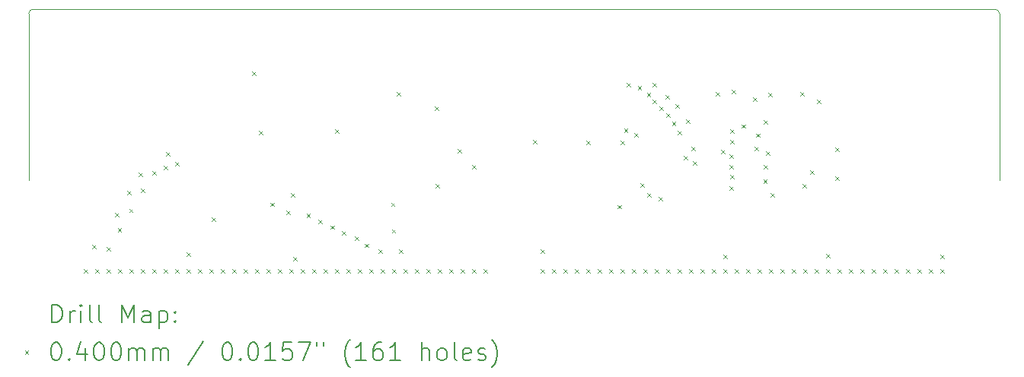
<source format=gbr>
%TF.GenerationSoftware,KiCad,Pcbnew,7.0.9*%
%TF.CreationDate,2024-01-22T22:35:53+01:00*%
%TF.ProjectId,simm72,73696d6d-3732-42e6-9b69-6361645f7063,A*%
%TF.SameCoordinates,Original*%
%TF.FileFunction,Drillmap*%
%TF.FilePolarity,Positive*%
%FSLAX45Y45*%
G04 Gerber Fmt 4.5, Leading zero omitted, Abs format (unit mm)*
G04 Created by KiCad (PCBNEW 7.0.9) date 2024-01-22 22:35:53*
%MOMM*%
%LPD*%
G01*
G04 APERTURE LIST*
%ADD10C,0.050000*%
%ADD11C,0.200000*%
%ADD12C,0.100000*%
G04 APERTURE END LIST*
D10*
X5153300Y-8366960D02*
G75*
G03*
X5102500Y-8417760I0J-50800D01*
G01*
X15897500Y-8417760D02*
G75*
G03*
X15846700Y-8366960I-50800J0D01*
G01*
X15897500Y-8417760D02*
X15897580Y-10274500D01*
X5102500Y-8417760D02*
X5102580Y-10274500D01*
X15846700Y-8366960D02*
X5153300Y-8366960D01*
D11*
D12*
X5717500Y-11265420D02*
X5757500Y-11305420D01*
X5757500Y-11265420D02*
X5717500Y-11305420D01*
X5806400Y-10991100D02*
X5846400Y-11031100D01*
X5846400Y-10991100D02*
X5806400Y-11031100D01*
X5844500Y-11265420D02*
X5884500Y-11305420D01*
X5884500Y-11265420D02*
X5844500Y-11305420D01*
X5971500Y-11016500D02*
X6011500Y-11056500D01*
X6011500Y-11016500D02*
X5971500Y-11056500D01*
X5971500Y-11265420D02*
X6011500Y-11305420D01*
X6011500Y-11265420D02*
X5971500Y-11305420D01*
X6060400Y-10635500D02*
X6100400Y-10675500D01*
X6100400Y-10635500D02*
X6060400Y-10675500D01*
X6092187Y-10806987D02*
X6132187Y-10846987D01*
X6132187Y-10806987D02*
X6092187Y-10846987D01*
X6098500Y-11265420D02*
X6138500Y-11305420D01*
X6138500Y-11265420D02*
X6098500Y-11305420D01*
X6200100Y-10394200D02*
X6240100Y-10434200D01*
X6240100Y-10394200D02*
X6200100Y-10434200D01*
X6219223Y-10591123D02*
X6259223Y-10631123D01*
X6259223Y-10591123D02*
X6219223Y-10631123D01*
X6225500Y-11265420D02*
X6265500Y-11305420D01*
X6265500Y-11265420D02*
X6225500Y-11305420D01*
X6327100Y-10191000D02*
X6367100Y-10231000D01*
X6367100Y-10191000D02*
X6327100Y-10231000D01*
X6352500Y-11265420D02*
X6392500Y-11305420D01*
X6392500Y-11265420D02*
X6352500Y-11305420D01*
X6352610Y-10368910D02*
X6392610Y-10408910D01*
X6392610Y-10368910D02*
X6352610Y-10408910D01*
X6479500Y-10172190D02*
X6519500Y-10212190D01*
X6519500Y-10172190D02*
X6479500Y-10212190D01*
X6479500Y-11265420D02*
X6519500Y-11305420D01*
X6519500Y-11265420D02*
X6479500Y-11305420D01*
X6606500Y-10114800D02*
X6646500Y-10154800D01*
X6646500Y-10114800D02*
X6606500Y-10154800D01*
X6606500Y-11265420D02*
X6646500Y-11305420D01*
X6646500Y-11265420D02*
X6606500Y-11305420D01*
X6631900Y-9962400D02*
X6671900Y-10002400D01*
X6671900Y-9962400D02*
X6631900Y-10002400D01*
X6733500Y-10072190D02*
X6773500Y-10112190D01*
X6773500Y-10072190D02*
X6733500Y-10112190D01*
X6733500Y-11265420D02*
X6773500Y-11305420D01*
X6773500Y-11265420D02*
X6733500Y-11305420D01*
X6860500Y-11080000D02*
X6900500Y-11120000D01*
X6900500Y-11080000D02*
X6860500Y-11120000D01*
X6860500Y-11265420D02*
X6900500Y-11305420D01*
X6900500Y-11265420D02*
X6860500Y-11305420D01*
X6987500Y-11265420D02*
X7027500Y-11305420D01*
X7027500Y-11265420D02*
X6987500Y-11305420D01*
X7114500Y-11265420D02*
X7154500Y-11305420D01*
X7154500Y-11265420D02*
X7114500Y-11305420D01*
X7139900Y-10686300D02*
X7179900Y-10726300D01*
X7179900Y-10686300D02*
X7139900Y-10726300D01*
X7241500Y-11265420D02*
X7281500Y-11305420D01*
X7281500Y-11265420D02*
X7241500Y-11305420D01*
X7368500Y-11265420D02*
X7408500Y-11305420D01*
X7408500Y-11265420D02*
X7368500Y-11305420D01*
X7495500Y-11265420D02*
X7535500Y-11305420D01*
X7535500Y-11265420D02*
X7495500Y-11305420D01*
X7584400Y-9060700D02*
X7624400Y-9100700D01*
X7624400Y-9060700D02*
X7584400Y-9100700D01*
X7622500Y-11265420D02*
X7662500Y-11305420D01*
X7662500Y-11265420D02*
X7622500Y-11305420D01*
X7660600Y-9721100D02*
X7700600Y-9761100D01*
X7700600Y-9721100D02*
X7660600Y-9761100D01*
X7749500Y-11265420D02*
X7789500Y-11305420D01*
X7789500Y-11265420D02*
X7749500Y-11305420D01*
X7787600Y-10522580D02*
X7827600Y-10562580D01*
X7827600Y-10522580D02*
X7787600Y-10562580D01*
X7876500Y-11265420D02*
X7916500Y-11305420D01*
X7916500Y-11265420D02*
X7876500Y-11305420D01*
X7965400Y-10610790D02*
X8005400Y-10650790D01*
X8005400Y-10610790D02*
X7965400Y-10650790D01*
X8003500Y-11265420D02*
X8043500Y-11305420D01*
X8043500Y-11265420D02*
X8003500Y-11305420D01*
X8016200Y-10419600D02*
X8056200Y-10459600D01*
X8056200Y-10419600D02*
X8016200Y-10459600D01*
X8041600Y-11130800D02*
X8081600Y-11170800D01*
X8081600Y-11130800D02*
X8041600Y-11170800D01*
X8130500Y-11265420D02*
X8170500Y-11305420D01*
X8170500Y-11265420D02*
X8130500Y-11305420D01*
X8193310Y-10648200D02*
X8233310Y-10688200D01*
X8233310Y-10648200D02*
X8193310Y-10688200D01*
X8257500Y-11265420D02*
X8297500Y-11305420D01*
X8297500Y-11265420D02*
X8257500Y-11305420D01*
X8321000Y-10711700D02*
X8361000Y-10751700D01*
X8361000Y-10711700D02*
X8321000Y-10751700D01*
X8384500Y-11265420D02*
X8424500Y-11305420D01*
X8424500Y-11265420D02*
X8384500Y-11305420D01*
X8460700Y-10775890D02*
X8500700Y-10815890D01*
X8500700Y-10775890D02*
X8460700Y-10815890D01*
X8511500Y-9708400D02*
X8551500Y-9748400D01*
X8551500Y-9708400D02*
X8511500Y-9748400D01*
X8511500Y-11265420D02*
X8551500Y-11305420D01*
X8551500Y-11265420D02*
X8511500Y-11305420D01*
X8586888Y-10839439D02*
X8626888Y-10879439D01*
X8626888Y-10839439D02*
X8586888Y-10879439D01*
X8638500Y-11265420D02*
X8678500Y-11305420D01*
X8678500Y-11265420D02*
X8638500Y-11305420D01*
X8727400Y-10902200D02*
X8767400Y-10942200D01*
X8767400Y-10902200D02*
X8727400Y-10942200D01*
X8765500Y-11265420D02*
X8805500Y-11305420D01*
X8805500Y-11265420D02*
X8765500Y-11305420D01*
X8840890Y-10979137D02*
X8880890Y-11019137D01*
X8880890Y-10979137D02*
X8840890Y-11019137D01*
X8892500Y-11265420D02*
X8932500Y-11305420D01*
X8932500Y-11265420D02*
X8892500Y-11305420D01*
X8991703Y-11044224D02*
X9031703Y-11084224D01*
X9031703Y-11044224D02*
X8991703Y-11084224D01*
X9019500Y-11265420D02*
X9059500Y-11305420D01*
X9059500Y-11265420D02*
X9019500Y-11305420D01*
X9133110Y-10522530D02*
X9173110Y-10562530D01*
X9173110Y-10522530D02*
X9133110Y-10562530D01*
X9140000Y-10820000D02*
X9180000Y-10860000D01*
X9180000Y-10820000D02*
X9140000Y-10860000D01*
X9146500Y-11265420D02*
X9186500Y-11305420D01*
X9186500Y-11265420D02*
X9146500Y-11305420D01*
X9197300Y-9289300D02*
X9237300Y-9329300D01*
X9237300Y-9289300D02*
X9197300Y-9329300D01*
X9222700Y-11041900D02*
X9262700Y-11081900D01*
X9262700Y-11041900D02*
X9222700Y-11081900D01*
X9273500Y-11265420D02*
X9313500Y-11305420D01*
X9313500Y-11265420D02*
X9273500Y-11305420D01*
X9400500Y-11265420D02*
X9440500Y-11305420D01*
X9440500Y-11265420D02*
X9400500Y-11305420D01*
X9527500Y-11265420D02*
X9567500Y-11305420D01*
X9567500Y-11265420D02*
X9527500Y-11305420D01*
X9616400Y-9454400D02*
X9656400Y-9494400D01*
X9656400Y-9454400D02*
X9616400Y-9494400D01*
X9629100Y-10318000D02*
X9669100Y-10358000D01*
X9669100Y-10318000D02*
X9629100Y-10358000D01*
X9654500Y-11265420D02*
X9694500Y-11305420D01*
X9694500Y-11265420D02*
X9654500Y-11305420D01*
X9781500Y-11265420D02*
X9821500Y-11305420D01*
X9821500Y-11265420D02*
X9781500Y-11305420D01*
X9870400Y-9924300D02*
X9910400Y-9964300D01*
X9910400Y-9924300D02*
X9870400Y-9964300D01*
X9908500Y-11265420D02*
X9948500Y-11305420D01*
X9948500Y-11265420D02*
X9908500Y-11305420D01*
X10035500Y-10102100D02*
X10075500Y-10142100D01*
X10075500Y-10102100D02*
X10035500Y-10142100D01*
X10035500Y-11265420D02*
X10075500Y-11305420D01*
X10075500Y-11265420D02*
X10035500Y-11305420D01*
X10162500Y-11265420D02*
X10202500Y-11305420D01*
X10202500Y-11265420D02*
X10162500Y-11305420D01*
X10708600Y-9822700D02*
X10748600Y-9862700D01*
X10748600Y-9822700D02*
X10708600Y-9862700D01*
X10797500Y-11041900D02*
X10837500Y-11081900D01*
X10837500Y-11041900D02*
X10797500Y-11081900D01*
X10797500Y-11265420D02*
X10837500Y-11305420D01*
X10837500Y-11265420D02*
X10797500Y-11305420D01*
X10924500Y-11265420D02*
X10964500Y-11305420D01*
X10964500Y-11265420D02*
X10924500Y-11305420D01*
X11051500Y-11265420D02*
X11091500Y-11305420D01*
X11091500Y-11265420D02*
X11051500Y-11305420D01*
X11178500Y-11265420D02*
X11218500Y-11305420D01*
X11218500Y-11265420D02*
X11178500Y-11305420D01*
X11305500Y-9835400D02*
X11345500Y-9875400D01*
X11345500Y-9835400D02*
X11305500Y-9875400D01*
X11305500Y-11265420D02*
X11345500Y-11305420D01*
X11345500Y-11265420D02*
X11305500Y-11305420D01*
X11432500Y-11265420D02*
X11472500Y-11305420D01*
X11472500Y-11265420D02*
X11432500Y-11305420D01*
X11559500Y-11265420D02*
X11599500Y-11305420D01*
X11599500Y-11265420D02*
X11559500Y-11305420D01*
X11648400Y-10547290D02*
X11688400Y-10587290D01*
X11688400Y-10547290D02*
X11648400Y-10587290D01*
X11686500Y-9835000D02*
X11726500Y-9875000D01*
X11726500Y-9835000D02*
X11686500Y-9875000D01*
X11686500Y-11265420D02*
X11726500Y-11305420D01*
X11726500Y-11265420D02*
X11686500Y-11305420D01*
X11722320Y-9697860D02*
X11762320Y-9737860D01*
X11762320Y-9697860D02*
X11722320Y-9737860D01*
X11750000Y-9187700D02*
X11790000Y-9227700D01*
X11790000Y-9187700D02*
X11750000Y-9227700D01*
X11813500Y-11265420D02*
X11853500Y-11305420D01*
X11853500Y-11265420D02*
X11813500Y-11305420D01*
X11838900Y-9746500D02*
X11878900Y-9786500D01*
X11878900Y-9746500D02*
X11838900Y-9786500D01*
X11876655Y-9226145D02*
X11916655Y-9266145D01*
X11916655Y-9226145D02*
X11876655Y-9266145D01*
X11902400Y-10305300D02*
X11942400Y-10345300D01*
X11942400Y-10305300D02*
X11902400Y-10345300D01*
X11940500Y-11265420D02*
X11980500Y-11305420D01*
X11980500Y-11265420D02*
X11940500Y-11305420D01*
X11977910Y-9302000D02*
X12017910Y-9342000D01*
X12017910Y-9302000D02*
X11977910Y-9342000D01*
X11978600Y-10419600D02*
X12018600Y-10459600D01*
X12018600Y-10419600D02*
X11978600Y-10459600D01*
X12042100Y-9187700D02*
X12082100Y-9227700D01*
X12082100Y-9187700D02*
X12042100Y-9227700D01*
X12042100Y-9378200D02*
X12082100Y-9418200D01*
X12082100Y-9378200D02*
X12042100Y-9418200D01*
X12067500Y-11265420D02*
X12107500Y-11305420D01*
X12107500Y-11265420D02*
X12067500Y-11305420D01*
X12105600Y-10457700D02*
X12145600Y-10497700D01*
X12145600Y-10457700D02*
X12105600Y-10497700D01*
X12118300Y-9454400D02*
X12158300Y-9494400D01*
X12158300Y-9454400D02*
X12118300Y-9494400D01*
X12181800Y-9327400D02*
X12221800Y-9367400D01*
X12221800Y-9327400D02*
X12181800Y-9367400D01*
X12194500Y-9530600D02*
X12234500Y-9570600D01*
X12234500Y-9530600D02*
X12194500Y-9570600D01*
X12194500Y-11265420D02*
X12234500Y-11305420D01*
X12234500Y-11265420D02*
X12194500Y-11305420D01*
X12257310Y-9619500D02*
X12297310Y-9659500D01*
X12297310Y-9619500D02*
X12257310Y-9659500D01*
X12296100Y-9429000D02*
X12336100Y-9469000D01*
X12336100Y-9429000D02*
X12296100Y-9469000D01*
X12320120Y-9721100D02*
X12360120Y-9761100D01*
X12360120Y-9721100D02*
X12320120Y-9761100D01*
X12321500Y-11265420D02*
X12361500Y-11305420D01*
X12361500Y-11265420D02*
X12321500Y-11305420D01*
X12385000Y-10001190D02*
X12425000Y-10041190D01*
X12425000Y-10001190D02*
X12385000Y-10041190D01*
X12410400Y-9594100D02*
X12450400Y-9634100D01*
X12450400Y-9594100D02*
X12410400Y-9634100D01*
X12448500Y-11265420D02*
X12488500Y-11305420D01*
X12488500Y-11265420D02*
X12448500Y-11305420D01*
X12470000Y-9900000D02*
X12510000Y-9940000D01*
X12510000Y-9900000D02*
X12470000Y-9940000D01*
X12486655Y-10064018D02*
X12526655Y-10104018D01*
X12526655Y-10064018D02*
X12486655Y-10104018D01*
X12575500Y-11265420D02*
X12615500Y-11305420D01*
X12615500Y-11265420D02*
X12575500Y-11305420D01*
X12702500Y-11265420D02*
X12742500Y-11305420D01*
X12742500Y-11265420D02*
X12702500Y-11305420D01*
X12740600Y-9289300D02*
X12780600Y-9329300D01*
X12780600Y-9289300D02*
X12740600Y-9329300D01*
X12803718Y-9937308D02*
X12843718Y-9977308D01*
X12843718Y-9937308D02*
X12803718Y-9977308D01*
X12829500Y-11105400D02*
X12869500Y-11145400D01*
X12869500Y-11105400D02*
X12829500Y-11145400D01*
X12829500Y-11265420D02*
X12869500Y-11305420D01*
X12869500Y-11265420D02*
X12829500Y-11305420D01*
X12893000Y-9987800D02*
X12933000Y-10027800D01*
X12933000Y-9987800D02*
X12893000Y-10027800D01*
X12893000Y-10102100D02*
X12933000Y-10142100D01*
X12933000Y-10102100D02*
X12893000Y-10142100D01*
X12893000Y-10343400D02*
X12933000Y-10383400D01*
X12933000Y-10343400D02*
X12893000Y-10383400D01*
X12905700Y-9708400D02*
X12945700Y-9748400D01*
X12945700Y-9708400D02*
X12905700Y-9748400D01*
X12905700Y-9822700D02*
X12945700Y-9862700D01*
X12945700Y-9822700D02*
X12905700Y-9862700D01*
X12905700Y-10216400D02*
X12945700Y-10256400D01*
X12945700Y-10216400D02*
X12905700Y-10256400D01*
X12918400Y-9263900D02*
X12958400Y-9303900D01*
X12958400Y-9263900D02*
X12918400Y-9303900D01*
X12956500Y-11265420D02*
X12996500Y-11305420D01*
X12996500Y-11265420D02*
X12956500Y-11305420D01*
X13032700Y-9650619D02*
X13072700Y-9690619D01*
X13072700Y-9650619D02*
X13032700Y-9690619D01*
X13083500Y-11265420D02*
X13123500Y-11305420D01*
X13123500Y-11265420D02*
X13083500Y-11305420D01*
X13159700Y-9352800D02*
X13199700Y-9392800D01*
X13199700Y-9352800D02*
X13159700Y-9392800D01*
X13172400Y-9898900D02*
X13212400Y-9938900D01*
X13212400Y-9898900D02*
X13172400Y-9938900D01*
X13191413Y-9752813D02*
X13231413Y-9792813D01*
X13231413Y-9752813D02*
X13191413Y-9792813D01*
X13210500Y-11265420D02*
X13250500Y-11305420D01*
X13250500Y-11265420D02*
X13210500Y-11305420D01*
X13273310Y-10267200D02*
X13313310Y-10307200D01*
X13313310Y-10267200D02*
X13273310Y-10307200D01*
X13274000Y-9606800D02*
X13314000Y-9646800D01*
X13314000Y-9606800D02*
X13274000Y-9646800D01*
X13274000Y-10102100D02*
X13314000Y-10142100D01*
X13314000Y-10102100D02*
X13274000Y-10142100D01*
X13299563Y-9949863D02*
X13339563Y-9989863D01*
X13339563Y-9949863D02*
X13299563Y-9989863D01*
X13324800Y-9297810D02*
X13364800Y-9337810D01*
X13364800Y-9297810D02*
X13324800Y-9337810D01*
X13337500Y-11265420D02*
X13377500Y-11305420D01*
X13377500Y-11265420D02*
X13337500Y-11305420D01*
X13350200Y-10419600D02*
X13390200Y-10459600D01*
X13390200Y-10419600D02*
X13350200Y-10459600D01*
X13464500Y-11265420D02*
X13504500Y-11305420D01*
X13504500Y-11265420D02*
X13464500Y-11305420D01*
X13591500Y-11265420D02*
X13631500Y-11305420D01*
X13631500Y-11265420D02*
X13591500Y-11305420D01*
X13680400Y-9289300D02*
X13720400Y-9329300D01*
X13720400Y-9289300D02*
X13680400Y-9329300D01*
X13705800Y-10318000D02*
X13745800Y-10358000D01*
X13745800Y-10318000D02*
X13705800Y-10358000D01*
X13718500Y-11265420D02*
X13758500Y-11305420D01*
X13758500Y-11265420D02*
X13718500Y-11305420D01*
X13794700Y-10165600D02*
X13834700Y-10205600D01*
X13834700Y-10165600D02*
X13794700Y-10205600D01*
X13845500Y-11265420D02*
X13885500Y-11305420D01*
X13885500Y-11265420D02*
X13845500Y-11305420D01*
X13870900Y-9378200D02*
X13910900Y-9418200D01*
X13910900Y-9378200D02*
X13870900Y-9418200D01*
X13972500Y-11092700D02*
X14012500Y-11132700D01*
X14012500Y-11092700D02*
X13972500Y-11132700D01*
X13972500Y-11265420D02*
X14012500Y-11305420D01*
X14012500Y-11265420D02*
X13972500Y-11305420D01*
X14074100Y-9911600D02*
X14114100Y-9951600D01*
X14114100Y-9911600D02*
X14074100Y-9951600D01*
X14074100Y-10229100D02*
X14114100Y-10269100D01*
X14114100Y-10229100D02*
X14074100Y-10269100D01*
X14099500Y-11265420D02*
X14139500Y-11305420D01*
X14139500Y-11265420D02*
X14099500Y-11305420D01*
X14226500Y-11265420D02*
X14266500Y-11305420D01*
X14266500Y-11265420D02*
X14226500Y-11305420D01*
X14353500Y-11265420D02*
X14393500Y-11305420D01*
X14393500Y-11265420D02*
X14353500Y-11305420D01*
X14480500Y-11265420D02*
X14520500Y-11305420D01*
X14520500Y-11265420D02*
X14480500Y-11305420D01*
X14607500Y-11265420D02*
X14647500Y-11305420D01*
X14647500Y-11265420D02*
X14607500Y-11305420D01*
X14734500Y-11265420D02*
X14774500Y-11305420D01*
X14774500Y-11265420D02*
X14734500Y-11305420D01*
X14861500Y-11265420D02*
X14901500Y-11305420D01*
X14901500Y-11265420D02*
X14861500Y-11305420D01*
X14988500Y-11265420D02*
X15028500Y-11305420D01*
X15028500Y-11265420D02*
X14988500Y-11305420D01*
X15115500Y-11265420D02*
X15155500Y-11305420D01*
X15155500Y-11265420D02*
X15115500Y-11305420D01*
X15242500Y-11105400D02*
X15282500Y-11145400D01*
X15282500Y-11105400D02*
X15242500Y-11145400D01*
X15242500Y-11265420D02*
X15282500Y-11305420D01*
X15282500Y-11265420D02*
X15242500Y-11305420D01*
D11*
X5360777Y-11858484D02*
X5360777Y-11658484D01*
X5360777Y-11658484D02*
X5408396Y-11658484D01*
X5408396Y-11658484D02*
X5436967Y-11668008D01*
X5436967Y-11668008D02*
X5456015Y-11687055D01*
X5456015Y-11687055D02*
X5465539Y-11706103D01*
X5465539Y-11706103D02*
X5475063Y-11744198D01*
X5475063Y-11744198D02*
X5475063Y-11772769D01*
X5475063Y-11772769D02*
X5465539Y-11810865D01*
X5465539Y-11810865D02*
X5456015Y-11829912D01*
X5456015Y-11829912D02*
X5436967Y-11848960D01*
X5436967Y-11848960D02*
X5408396Y-11858484D01*
X5408396Y-11858484D02*
X5360777Y-11858484D01*
X5560777Y-11858484D02*
X5560777Y-11725150D01*
X5560777Y-11763246D02*
X5570301Y-11744198D01*
X5570301Y-11744198D02*
X5579824Y-11734674D01*
X5579824Y-11734674D02*
X5598872Y-11725150D01*
X5598872Y-11725150D02*
X5617920Y-11725150D01*
X5684586Y-11858484D02*
X5684586Y-11725150D01*
X5684586Y-11658484D02*
X5675062Y-11668008D01*
X5675062Y-11668008D02*
X5684586Y-11677531D01*
X5684586Y-11677531D02*
X5694110Y-11668008D01*
X5694110Y-11668008D02*
X5684586Y-11658484D01*
X5684586Y-11658484D02*
X5684586Y-11677531D01*
X5808396Y-11858484D02*
X5789348Y-11848960D01*
X5789348Y-11848960D02*
X5779824Y-11829912D01*
X5779824Y-11829912D02*
X5779824Y-11658484D01*
X5913158Y-11858484D02*
X5894110Y-11848960D01*
X5894110Y-11848960D02*
X5884586Y-11829912D01*
X5884586Y-11829912D02*
X5884586Y-11658484D01*
X6141729Y-11858484D02*
X6141729Y-11658484D01*
X6141729Y-11658484D02*
X6208396Y-11801341D01*
X6208396Y-11801341D02*
X6275062Y-11658484D01*
X6275062Y-11658484D02*
X6275062Y-11858484D01*
X6456015Y-11858484D02*
X6456015Y-11753722D01*
X6456015Y-11753722D02*
X6446491Y-11734674D01*
X6446491Y-11734674D02*
X6427443Y-11725150D01*
X6427443Y-11725150D02*
X6389348Y-11725150D01*
X6389348Y-11725150D02*
X6370301Y-11734674D01*
X6456015Y-11848960D02*
X6436967Y-11858484D01*
X6436967Y-11858484D02*
X6389348Y-11858484D01*
X6389348Y-11858484D02*
X6370301Y-11848960D01*
X6370301Y-11848960D02*
X6360777Y-11829912D01*
X6360777Y-11829912D02*
X6360777Y-11810865D01*
X6360777Y-11810865D02*
X6370301Y-11791817D01*
X6370301Y-11791817D02*
X6389348Y-11782293D01*
X6389348Y-11782293D02*
X6436967Y-11782293D01*
X6436967Y-11782293D02*
X6456015Y-11772769D01*
X6551253Y-11725150D02*
X6551253Y-11925150D01*
X6551253Y-11734674D02*
X6570301Y-11725150D01*
X6570301Y-11725150D02*
X6608396Y-11725150D01*
X6608396Y-11725150D02*
X6627443Y-11734674D01*
X6627443Y-11734674D02*
X6636967Y-11744198D01*
X6636967Y-11744198D02*
X6646491Y-11763246D01*
X6646491Y-11763246D02*
X6646491Y-11820388D01*
X6646491Y-11820388D02*
X6636967Y-11839436D01*
X6636967Y-11839436D02*
X6627443Y-11848960D01*
X6627443Y-11848960D02*
X6608396Y-11858484D01*
X6608396Y-11858484D02*
X6570301Y-11858484D01*
X6570301Y-11858484D02*
X6551253Y-11848960D01*
X6732205Y-11839436D02*
X6741729Y-11848960D01*
X6741729Y-11848960D02*
X6732205Y-11858484D01*
X6732205Y-11858484D02*
X6722682Y-11848960D01*
X6722682Y-11848960D02*
X6732205Y-11839436D01*
X6732205Y-11839436D02*
X6732205Y-11858484D01*
X6732205Y-11734674D02*
X6741729Y-11744198D01*
X6741729Y-11744198D02*
X6732205Y-11753722D01*
X6732205Y-11753722D02*
X6722682Y-11744198D01*
X6722682Y-11744198D02*
X6732205Y-11734674D01*
X6732205Y-11734674D02*
X6732205Y-11753722D01*
D12*
X5060000Y-12167000D02*
X5100000Y-12207000D01*
X5100000Y-12167000D02*
X5060000Y-12207000D01*
D11*
X5398872Y-12078484D02*
X5417920Y-12078484D01*
X5417920Y-12078484D02*
X5436967Y-12088008D01*
X5436967Y-12088008D02*
X5446491Y-12097531D01*
X5446491Y-12097531D02*
X5456015Y-12116579D01*
X5456015Y-12116579D02*
X5465539Y-12154674D01*
X5465539Y-12154674D02*
X5465539Y-12202293D01*
X5465539Y-12202293D02*
X5456015Y-12240388D01*
X5456015Y-12240388D02*
X5446491Y-12259436D01*
X5446491Y-12259436D02*
X5436967Y-12268960D01*
X5436967Y-12268960D02*
X5417920Y-12278484D01*
X5417920Y-12278484D02*
X5398872Y-12278484D01*
X5398872Y-12278484D02*
X5379824Y-12268960D01*
X5379824Y-12268960D02*
X5370301Y-12259436D01*
X5370301Y-12259436D02*
X5360777Y-12240388D01*
X5360777Y-12240388D02*
X5351253Y-12202293D01*
X5351253Y-12202293D02*
X5351253Y-12154674D01*
X5351253Y-12154674D02*
X5360777Y-12116579D01*
X5360777Y-12116579D02*
X5370301Y-12097531D01*
X5370301Y-12097531D02*
X5379824Y-12088008D01*
X5379824Y-12088008D02*
X5398872Y-12078484D01*
X5551253Y-12259436D02*
X5560777Y-12268960D01*
X5560777Y-12268960D02*
X5551253Y-12278484D01*
X5551253Y-12278484D02*
X5541729Y-12268960D01*
X5541729Y-12268960D02*
X5551253Y-12259436D01*
X5551253Y-12259436D02*
X5551253Y-12278484D01*
X5732205Y-12145150D02*
X5732205Y-12278484D01*
X5684586Y-12068960D02*
X5636967Y-12211817D01*
X5636967Y-12211817D02*
X5760777Y-12211817D01*
X5875062Y-12078484D02*
X5894110Y-12078484D01*
X5894110Y-12078484D02*
X5913158Y-12088008D01*
X5913158Y-12088008D02*
X5922682Y-12097531D01*
X5922682Y-12097531D02*
X5932205Y-12116579D01*
X5932205Y-12116579D02*
X5941729Y-12154674D01*
X5941729Y-12154674D02*
X5941729Y-12202293D01*
X5941729Y-12202293D02*
X5932205Y-12240388D01*
X5932205Y-12240388D02*
X5922682Y-12259436D01*
X5922682Y-12259436D02*
X5913158Y-12268960D01*
X5913158Y-12268960D02*
X5894110Y-12278484D01*
X5894110Y-12278484D02*
X5875062Y-12278484D01*
X5875062Y-12278484D02*
X5856015Y-12268960D01*
X5856015Y-12268960D02*
X5846491Y-12259436D01*
X5846491Y-12259436D02*
X5836967Y-12240388D01*
X5836967Y-12240388D02*
X5827443Y-12202293D01*
X5827443Y-12202293D02*
X5827443Y-12154674D01*
X5827443Y-12154674D02*
X5836967Y-12116579D01*
X5836967Y-12116579D02*
X5846491Y-12097531D01*
X5846491Y-12097531D02*
X5856015Y-12088008D01*
X5856015Y-12088008D02*
X5875062Y-12078484D01*
X6065539Y-12078484D02*
X6084586Y-12078484D01*
X6084586Y-12078484D02*
X6103634Y-12088008D01*
X6103634Y-12088008D02*
X6113158Y-12097531D01*
X6113158Y-12097531D02*
X6122682Y-12116579D01*
X6122682Y-12116579D02*
X6132205Y-12154674D01*
X6132205Y-12154674D02*
X6132205Y-12202293D01*
X6132205Y-12202293D02*
X6122682Y-12240388D01*
X6122682Y-12240388D02*
X6113158Y-12259436D01*
X6113158Y-12259436D02*
X6103634Y-12268960D01*
X6103634Y-12268960D02*
X6084586Y-12278484D01*
X6084586Y-12278484D02*
X6065539Y-12278484D01*
X6065539Y-12278484D02*
X6046491Y-12268960D01*
X6046491Y-12268960D02*
X6036967Y-12259436D01*
X6036967Y-12259436D02*
X6027443Y-12240388D01*
X6027443Y-12240388D02*
X6017920Y-12202293D01*
X6017920Y-12202293D02*
X6017920Y-12154674D01*
X6017920Y-12154674D02*
X6027443Y-12116579D01*
X6027443Y-12116579D02*
X6036967Y-12097531D01*
X6036967Y-12097531D02*
X6046491Y-12088008D01*
X6046491Y-12088008D02*
X6065539Y-12078484D01*
X6217920Y-12278484D02*
X6217920Y-12145150D01*
X6217920Y-12164198D02*
X6227443Y-12154674D01*
X6227443Y-12154674D02*
X6246491Y-12145150D01*
X6246491Y-12145150D02*
X6275063Y-12145150D01*
X6275063Y-12145150D02*
X6294110Y-12154674D01*
X6294110Y-12154674D02*
X6303634Y-12173722D01*
X6303634Y-12173722D02*
X6303634Y-12278484D01*
X6303634Y-12173722D02*
X6313158Y-12154674D01*
X6313158Y-12154674D02*
X6332205Y-12145150D01*
X6332205Y-12145150D02*
X6360777Y-12145150D01*
X6360777Y-12145150D02*
X6379824Y-12154674D01*
X6379824Y-12154674D02*
X6389348Y-12173722D01*
X6389348Y-12173722D02*
X6389348Y-12278484D01*
X6484586Y-12278484D02*
X6484586Y-12145150D01*
X6484586Y-12164198D02*
X6494110Y-12154674D01*
X6494110Y-12154674D02*
X6513158Y-12145150D01*
X6513158Y-12145150D02*
X6541729Y-12145150D01*
X6541729Y-12145150D02*
X6560777Y-12154674D01*
X6560777Y-12154674D02*
X6570301Y-12173722D01*
X6570301Y-12173722D02*
X6570301Y-12278484D01*
X6570301Y-12173722D02*
X6579824Y-12154674D01*
X6579824Y-12154674D02*
X6598872Y-12145150D01*
X6598872Y-12145150D02*
X6627443Y-12145150D01*
X6627443Y-12145150D02*
X6646491Y-12154674D01*
X6646491Y-12154674D02*
X6656015Y-12173722D01*
X6656015Y-12173722D02*
X6656015Y-12278484D01*
X7046491Y-12068960D02*
X6875063Y-12326103D01*
X7303634Y-12078484D02*
X7322682Y-12078484D01*
X7322682Y-12078484D02*
X7341729Y-12088008D01*
X7341729Y-12088008D02*
X7351253Y-12097531D01*
X7351253Y-12097531D02*
X7360777Y-12116579D01*
X7360777Y-12116579D02*
X7370301Y-12154674D01*
X7370301Y-12154674D02*
X7370301Y-12202293D01*
X7370301Y-12202293D02*
X7360777Y-12240388D01*
X7360777Y-12240388D02*
X7351253Y-12259436D01*
X7351253Y-12259436D02*
X7341729Y-12268960D01*
X7341729Y-12268960D02*
X7322682Y-12278484D01*
X7322682Y-12278484D02*
X7303634Y-12278484D01*
X7303634Y-12278484D02*
X7284586Y-12268960D01*
X7284586Y-12268960D02*
X7275063Y-12259436D01*
X7275063Y-12259436D02*
X7265539Y-12240388D01*
X7265539Y-12240388D02*
X7256015Y-12202293D01*
X7256015Y-12202293D02*
X7256015Y-12154674D01*
X7256015Y-12154674D02*
X7265539Y-12116579D01*
X7265539Y-12116579D02*
X7275063Y-12097531D01*
X7275063Y-12097531D02*
X7284586Y-12088008D01*
X7284586Y-12088008D02*
X7303634Y-12078484D01*
X7456015Y-12259436D02*
X7465539Y-12268960D01*
X7465539Y-12268960D02*
X7456015Y-12278484D01*
X7456015Y-12278484D02*
X7446491Y-12268960D01*
X7446491Y-12268960D02*
X7456015Y-12259436D01*
X7456015Y-12259436D02*
X7456015Y-12278484D01*
X7589348Y-12078484D02*
X7608396Y-12078484D01*
X7608396Y-12078484D02*
X7627444Y-12088008D01*
X7627444Y-12088008D02*
X7636967Y-12097531D01*
X7636967Y-12097531D02*
X7646491Y-12116579D01*
X7646491Y-12116579D02*
X7656015Y-12154674D01*
X7656015Y-12154674D02*
X7656015Y-12202293D01*
X7656015Y-12202293D02*
X7646491Y-12240388D01*
X7646491Y-12240388D02*
X7636967Y-12259436D01*
X7636967Y-12259436D02*
X7627444Y-12268960D01*
X7627444Y-12268960D02*
X7608396Y-12278484D01*
X7608396Y-12278484D02*
X7589348Y-12278484D01*
X7589348Y-12278484D02*
X7570301Y-12268960D01*
X7570301Y-12268960D02*
X7560777Y-12259436D01*
X7560777Y-12259436D02*
X7551253Y-12240388D01*
X7551253Y-12240388D02*
X7541729Y-12202293D01*
X7541729Y-12202293D02*
X7541729Y-12154674D01*
X7541729Y-12154674D02*
X7551253Y-12116579D01*
X7551253Y-12116579D02*
X7560777Y-12097531D01*
X7560777Y-12097531D02*
X7570301Y-12088008D01*
X7570301Y-12088008D02*
X7589348Y-12078484D01*
X7846491Y-12278484D02*
X7732206Y-12278484D01*
X7789348Y-12278484D02*
X7789348Y-12078484D01*
X7789348Y-12078484D02*
X7770301Y-12107055D01*
X7770301Y-12107055D02*
X7751253Y-12126103D01*
X7751253Y-12126103D02*
X7732206Y-12135627D01*
X8027444Y-12078484D02*
X7932206Y-12078484D01*
X7932206Y-12078484D02*
X7922682Y-12173722D01*
X7922682Y-12173722D02*
X7932206Y-12164198D01*
X7932206Y-12164198D02*
X7951253Y-12154674D01*
X7951253Y-12154674D02*
X7998872Y-12154674D01*
X7998872Y-12154674D02*
X8017920Y-12164198D01*
X8017920Y-12164198D02*
X8027444Y-12173722D01*
X8027444Y-12173722D02*
X8036967Y-12192769D01*
X8036967Y-12192769D02*
X8036967Y-12240388D01*
X8036967Y-12240388D02*
X8027444Y-12259436D01*
X8027444Y-12259436D02*
X8017920Y-12268960D01*
X8017920Y-12268960D02*
X7998872Y-12278484D01*
X7998872Y-12278484D02*
X7951253Y-12278484D01*
X7951253Y-12278484D02*
X7932206Y-12268960D01*
X7932206Y-12268960D02*
X7922682Y-12259436D01*
X8103634Y-12078484D02*
X8236967Y-12078484D01*
X8236967Y-12078484D02*
X8151253Y-12278484D01*
X8303634Y-12078484D02*
X8303634Y-12116579D01*
X8379825Y-12078484D02*
X8379825Y-12116579D01*
X8675063Y-12354674D02*
X8665539Y-12345150D01*
X8665539Y-12345150D02*
X8646491Y-12316579D01*
X8646491Y-12316579D02*
X8636968Y-12297531D01*
X8636968Y-12297531D02*
X8627444Y-12268960D01*
X8627444Y-12268960D02*
X8617920Y-12221341D01*
X8617920Y-12221341D02*
X8617920Y-12183246D01*
X8617920Y-12183246D02*
X8627444Y-12135627D01*
X8627444Y-12135627D02*
X8636968Y-12107055D01*
X8636968Y-12107055D02*
X8646491Y-12088008D01*
X8646491Y-12088008D02*
X8665539Y-12059436D01*
X8665539Y-12059436D02*
X8675063Y-12049912D01*
X8856015Y-12278484D02*
X8741730Y-12278484D01*
X8798872Y-12278484D02*
X8798872Y-12078484D01*
X8798872Y-12078484D02*
X8779825Y-12107055D01*
X8779825Y-12107055D02*
X8760777Y-12126103D01*
X8760777Y-12126103D02*
X8741730Y-12135627D01*
X9027444Y-12078484D02*
X8989349Y-12078484D01*
X8989349Y-12078484D02*
X8970301Y-12088008D01*
X8970301Y-12088008D02*
X8960777Y-12097531D01*
X8960777Y-12097531D02*
X8941730Y-12126103D01*
X8941730Y-12126103D02*
X8932206Y-12164198D01*
X8932206Y-12164198D02*
X8932206Y-12240388D01*
X8932206Y-12240388D02*
X8941730Y-12259436D01*
X8941730Y-12259436D02*
X8951253Y-12268960D01*
X8951253Y-12268960D02*
X8970301Y-12278484D01*
X8970301Y-12278484D02*
X9008396Y-12278484D01*
X9008396Y-12278484D02*
X9027444Y-12268960D01*
X9027444Y-12268960D02*
X9036968Y-12259436D01*
X9036968Y-12259436D02*
X9046491Y-12240388D01*
X9046491Y-12240388D02*
X9046491Y-12192769D01*
X9046491Y-12192769D02*
X9036968Y-12173722D01*
X9036968Y-12173722D02*
X9027444Y-12164198D01*
X9027444Y-12164198D02*
X9008396Y-12154674D01*
X9008396Y-12154674D02*
X8970301Y-12154674D01*
X8970301Y-12154674D02*
X8951253Y-12164198D01*
X8951253Y-12164198D02*
X8941730Y-12173722D01*
X8941730Y-12173722D02*
X8932206Y-12192769D01*
X9236968Y-12278484D02*
X9122682Y-12278484D01*
X9179825Y-12278484D02*
X9179825Y-12078484D01*
X9179825Y-12078484D02*
X9160777Y-12107055D01*
X9160777Y-12107055D02*
X9141730Y-12126103D01*
X9141730Y-12126103D02*
X9122682Y-12135627D01*
X9475063Y-12278484D02*
X9475063Y-12078484D01*
X9560777Y-12278484D02*
X9560777Y-12173722D01*
X9560777Y-12173722D02*
X9551253Y-12154674D01*
X9551253Y-12154674D02*
X9532206Y-12145150D01*
X9532206Y-12145150D02*
X9503634Y-12145150D01*
X9503634Y-12145150D02*
X9484587Y-12154674D01*
X9484587Y-12154674D02*
X9475063Y-12164198D01*
X9684587Y-12278484D02*
X9665539Y-12268960D01*
X9665539Y-12268960D02*
X9656015Y-12259436D01*
X9656015Y-12259436D02*
X9646492Y-12240388D01*
X9646492Y-12240388D02*
X9646492Y-12183246D01*
X9646492Y-12183246D02*
X9656015Y-12164198D01*
X9656015Y-12164198D02*
X9665539Y-12154674D01*
X9665539Y-12154674D02*
X9684587Y-12145150D01*
X9684587Y-12145150D02*
X9713158Y-12145150D01*
X9713158Y-12145150D02*
X9732206Y-12154674D01*
X9732206Y-12154674D02*
X9741730Y-12164198D01*
X9741730Y-12164198D02*
X9751253Y-12183246D01*
X9751253Y-12183246D02*
X9751253Y-12240388D01*
X9751253Y-12240388D02*
X9741730Y-12259436D01*
X9741730Y-12259436D02*
X9732206Y-12268960D01*
X9732206Y-12268960D02*
X9713158Y-12278484D01*
X9713158Y-12278484D02*
X9684587Y-12278484D01*
X9865539Y-12278484D02*
X9846492Y-12268960D01*
X9846492Y-12268960D02*
X9836968Y-12249912D01*
X9836968Y-12249912D02*
X9836968Y-12078484D01*
X10017920Y-12268960D02*
X9998873Y-12278484D01*
X9998873Y-12278484D02*
X9960777Y-12278484D01*
X9960777Y-12278484D02*
X9941730Y-12268960D01*
X9941730Y-12268960D02*
X9932206Y-12249912D01*
X9932206Y-12249912D02*
X9932206Y-12173722D01*
X9932206Y-12173722D02*
X9941730Y-12154674D01*
X9941730Y-12154674D02*
X9960777Y-12145150D01*
X9960777Y-12145150D02*
X9998873Y-12145150D01*
X9998873Y-12145150D02*
X10017920Y-12154674D01*
X10017920Y-12154674D02*
X10027444Y-12173722D01*
X10027444Y-12173722D02*
X10027444Y-12192769D01*
X10027444Y-12192769D02*
X9932206Y-12211817D01*
X10103634Y-12268960D02*
X10122682Y-12278484D01*
X10122682Y-12278484D02*
X10160777Y-12278484D01*
X10160777Y-12278484D02*
X10179825Y-12268960D01*
X10179825Y-12268960D02*
X10189349Y-12249912D01*
X10189349Y-12249912D02*
X10189349Y-12240388D01*
X10189349Y-12240388D02*
X10179825Y-12221341D01*
X10179825Y-12221341D02*
X10160777Y-12211817D01*
X10160777Y-12211817D02*
X10132206Y-12211817D01*
X10132206Y-12211817D02*
X10113158Y-12202293D01*
X10113158Y-12202293D02*
X10103634Y-12183246D01*
X10103634Y-12183246D02*
X10103634Y-12173722D01*
X10103634Y-12173722D02*
X10113158Y-12154674D01*
X10113158Y-12154674D02*
X10132206Y-12145150D01*
X10132206Y-12145150D02*
X10160777Y-12145150D01*
X10160777Y-12145150D02*
X10179825Y-12154674D01*
X10256015Y-12354674D02*
X10265539Y-12345150D01*
X10265539Y-12345150D02*
X10284587Y-12316579D01*
X10284587Y-12316579D02*
X10294111Y-12297531D01*
X10294111Y-12297531D02*
X10303634Y-12268960D01*
X10303634Y-12268960D02*
X10313158Y-12221341D01*
X10313158Y-12221341D02*
X10313158Y-12183246D01*
X10313158Y-12183246D02*
X10303634Y-12135627D01*
X10303634Y-12135627D02*
X10294111Y-12107055D01*
X10294111Y-12107055D02*
X10284587Y-12088008D01*
X10284587Y-12088008D02*
X10265539Y-12059436D01*
X10265539Y-12059436D02*
X10256015Y-12049912D01*
M02*

</source>
